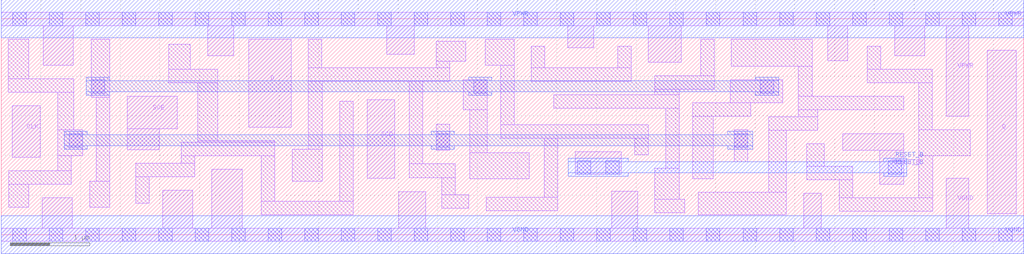
<source format=lef>
# Copyright 2020 The SkyWater PDK Authors
#
# Licensed under the Apache License, Version 2.0 (the "License");
# you may not use this file except in compliance with the License.
# You may obtain a copy of the License at
#
#     https://www.apache.org/licenses/LICENSE-2.0
#
# Unless required by applicable law or agreed to in writing, software
# distributed under the License is distributed on an "AS IS" BASIS,
# WITHOUT WARRANTIES OR CONDITIONS OF ANY KIND, either express or implied.
# See the License for the specific language governing permissions and
# limitations under the License.
#
# SPDX-License-Identifier: Apache-2.0

VERSION 5.7 ;
  NAMESCASESENSITIVE ON ;
  NOWIREEXTENSIONATPIN ON ;
  DIVIDERCHAR "/" ;
  BUSBITCHARS "[]" ;
UNITS
  DATABASE MICRONS 200 ;
END UNITS
PROPERTYDEFINITIONS
  MACRO maskLayoutSubType STRING ;
  MACRO prCellType STRING ;
  MACRO originalViewName STRING ;
END PROPERTYDEFINITIONS
MACRO sky130_fd_sc_hdll__sdfrtp_1
  CLASS CORE ;
  FOREIGN sky130_fd_sc_hdll__sdfrtp_1 ;
  ORIGIN  0.000000  0.000000 ;
  SIZE  12.88000 BY  2.720000 ;
  SYMMETRY X Y R90 ;
  SITE unithd ;
  PIN CLK
    ANTENNAGATEAREA  0.277500 ;
    DIRECTION INPUT ;
    USE SIGNAL ;
    PORT
      LAYER li1 ;
        RECT 0.140000 0.975000 0.490000 1.625000 ;
    END
  END CLK
  PIN D
    ANTENNAGATEAREA  0.160200 ;
    DIRECTION INPUT ;
    USE SIGNAL ;
    PORT
      LAYER li1 ;
        RECT 3.120000 1.355000 3.655000 2.465000 ;
    END
  END D
  PIN Q
    ANTENNADIFFAREA  0.513250 ;
    DIRECTION OUTPUT ;
    USE SIGNAL ;
    PORT
      LAYER li1 ;
        RECT 12.420000 0.265000 12.785000 2.325000 ;
    END
  END Q
  PIN RESET_B
    ANTENNAGATEAREA  0.277200 ;
    DIRECTION INPUT ;
    USE SIGNAL ;
    PORT
      LAYER li1 ;
        RECT  7.230000 0.765000  7.810000 1.045000 ;
        RECT 10.600000 1.065000 11.370000 1.275000 ;
        RECT 11.065000 0.635000 11.370000 1.065000 ;
      LAYER mcon ;
        RECT  7.255000 0.765000  7.425000 0.935000 ;
        RECT  7.615000 0.765000  7.785000 0.935000 ;
        RECT 11.175000 0.765000 11.345000 0.935000 ;
      LAYER met1 ;
        RECT  7.145000 0.735000  7.900000 0.780000 ;
        RECT  7.145000 0.780000 11.405000 0.920000 ;
        RECT  7.145000 0.920000  7.900000 0.965000 ;
        RECT 11.115000 0.735000 11.405000 0.780000 ;
        RECT 11.115000 0.920000 11.405000 0.965000 ;
    END
  END RESET_B
  PIN SCD
    ANTENNAGATEAREA  0.172800 ;
    DIRECTION INPUT ;
    USE SIGNAL ;
    PORT
      LAYER li1 ;
        RECT 4.610000 0.710000 4.955000 1.700000 ;
    END
  END SCD
  PIN SCE
    ANTENNAGATEAREA  0.467400 ;
    DIRECTION INPUT ;
    USE SIGNAL ;
    PORT
      LAYER li1 ;
        RECT 1.585000 1.070000 1.990000 1.335000 ;
        RECT 1.585000 1.335000 2.220000 1.745000 ;
    END
  END SCE
  PIN VGND
    DIRECTION INOUT ;
    USE GROUND ;
    PORT
      LAYER li1 ;
        RECT  0.000000 -0.085000 12.880000 0.085000 ;
        RECT  0.515000  0.085000  0.895000 0.465000 ;
        RECT  2.035000  0.085000  2.415000 0.560000 ;
        RECT  2.655000  0.085000  3.035000 0.825000 ;
        RECT  5.005000  0.085000  5.350000 0.540000 ;
        RECT  7.690000  0.085000  8.020000 0.545000 ;
        RECT 10.110000  0.085000 10.330000 0.525000 ;
        RECT 11.905000  0.085000 12.190000 0.710000 ;
      LAYER mcon ;
        RECT  0.145000 -0.085000  0.315000 0.085000 ;
        RECT  0.605000 -0.085000  0.775000 0.085000 ;
        RECT  1.065000 -0.085000  1.235000 0.085000 ;
        RECT  1.525000 -0.085000  1.695000 0.085000 ;
        RECT  1.985000 -0.085000  2.155000 0.085000 ;
        RECT  2.445000 -0.085000  2.615000 0.085000 ;
        RECT  2.905000 -0.085000  3.075000 0.085000 ;
        RECT  3.365000 -0.085000  3.535000 0.085000 ;
        RECT  3.825000 -0.085000  3.995000 0.085000 ;
        RECT  4.285000 -0.085000  4.455000 0.085000 ;
        RECT  4.745000 -0.085000  4.915000 0.085000 ;
        RECT  5.205000 -0.085000  5.375000 0.085000 ;
        RECT  5.665000 -0.085000  5.835000 0.085000 ;
        RECT  6.125000 -0.085000  6.295000 0.085000 ;
        RECT  6.585000 -0.085000  6.755000 0.085000 ;
        RECT  7.045000 -0.085000  7.215000 0.085000 ;
        RECT  7.505000 -0.085000  7.675000 0.085000 ;
        RECT  7.965000 -0.085000  8.135000 0.085000 ;
        RECT  8.425000 -0.085000  8.595000 0.085000 ;
        RECT  8.885000 -0.085000  9.055000 0.085000 ;
        RECT  9.345000 -0.085000  9.515000 0.085000 ;
        RECT  9.805000 -0.085000  9.975000 0.085000 ;
        RECT 10.265000 -0.085000 10.435000 0.085000 ;
        RECT 10.725000 -0.085000 10.895000 0.085000 ;
        RECT 11.185000 -0.085000 11.355000 0.085000 ;
        RECT 11.645000 -0.085000 11.815000 0.085000 ;
        RECT 12.105000 -0.085000 12.275000 0.085000 ;
        RECT 12.565000 -0.085000 12.735000 0.085000 ;
      LAYER met1 ;
        RECT 0.000000 -0.240000 12.880000 0.240000 ;
    END
  END VGND
  PIN VPWR
    DIRECTION INOUT ;
    USE POWER ;
    PORT
      LAYER li1 ;
        RECT  0.000000 2.635000 12.880000 2.805000 ;
        RECT  0.530000 2.135000  0.910000 2.635000 ;
        RECT  2.600000 2.255000  2.930000 2.635000 ;
        RECT  4.855000 2.275000  5.205000 2.635000 ;
        RECT  7.135000 2.355000  7.465000 2.635000 ;
        RECT  8.150000 2.175000  8.570000 2.635000 ;
        RECT 10.415000 2.195000 10.665000 2.635000 ;
        RECT 11.255000 2.255000 11.635000 2.635000 ;
        RECT 11.905000 1.495000 12.190000 2.635000 ;
      LAYER mcon ;
        RECT  0.145000 2.635000  0.315000 2.805000 ;
        RECT  0.605000 2.635000  0.775000 2.805000 ;
        RECT  1.065000 2.635000  1.235000 2.805000 ;
        RECT  1.525000 2.635000  1.695000 2.805000 ;
        RECT  1.985000 2.635000  2.155000 2.805000 ;
        RECT  2.445000 2.635000  2.615000 2.805000 ;
        RECT  2.905000 2.635000  3.075000 2.805000 ;
        RECT  3.365000 2.635000  3.535000 2.805000 ;
        RECT  3.825000 2.635000  3.995000 2.805000 ;
        RECT  4.285000 2.635000  4.455000 2.805000 ;
        RECT  4.745000 2.635000  4.915000 2.805000 ;
        RECT  5.205000 2.635000  5.375000 2.805000 ;
        RECT  5.665000 2.635000  5.835000 2.805000 ;
        RECT  6.125000 2.635000  6.295000 2.805000 ;
        RECT  6.585000 2.635000  6.755000 2.805000 ;
        RECT  7.045000 2.635000  7.215000 2.805000 ;
        RECT  7.505000 2.635000  7.675000 2.805000 ;
        RECT  7.965000 2.635000  8.135000 2.805000 ;
        RECT  8.425000 2.635000  8.595000 2.805000 ;
        RECT  8.885000 2.635000  9.055000 2.805000 ;
        RECT  9.345000 2.635000  9.515000 2.805000 ;
        RECT  9.805000 2.635000  9.975000 2.805000 ;
        RECT 10.265000 2.635000 10.435000 2.805000 ;
        RECT 10.725000 2.635000 10.895000 2.805000 ;
        RECT 11.185000 2.635000 11.355000 2.805000 ;
        RECT 11.645000 2.635000 11.815000 2.805000 ;
        RECT 12.105000 2.635000 12.275000 2.805000 ;
        RECT 12.565000 2.635000 12.735000 2.805000 ;
      LAYER met1 ;
        RECT 0.000000 2.480000 12.880000 2.960000 ;
    END
  END VPWR
  OBS
    LAYER li1 ;
      RECT  0.090000 1.795000  0.915000 1.965000 ;
      RECT  0.090000 1.965000  0.345000 2.465000 ;
      RECT  0.095000 0.345000  0.345000 0.635000 ;
      RECT  0.095000 0.635000  0.885000 0.805000 ;
      RECT  0.710000 0.805000  0.885000 0.995000 ;
      RECT  0.710000 0.995000  1.025000 1.325000 ;
      RECT  0.710000 1.325000  0.915000 1.795000 ;
      RECT  1.115000 0.345000  1.365000 0.675000 ;
      RECT  1.135000 1.730000  1.365000 2.465000 ;
      RECT  1.195000 0.675000  1.365000 1.730000 ;
      RECT  1.695000 0.395000  1.865000 0.730000 ;
      RECT  1.695000 0.730000  2.435000 0.900000 ;
      RECT  2.110000 1.915000  2.730000 2.085000 ;
      RECT  2.110000 2.085000  2.380000 2.400000 ;
      RECT  2.265000 0.900000  2.435000 0.995000 ;
      RECT  2.265000 0.995000  3.445000 1.165000 ;
      RECT  2.475000 1.165000  3.445000 1.185000 ;
      RECT  2.475000 1.185000  2.730000 1.915000 ;
      RECT  3.275000 0.255000  4.435000 0.425000 ;
      RECT  3.275000 0.425000  3.445000 0.995000 ;
      RECT  3.665000 0.675000  4.045000 1.075000 ;
      RECT  3.870000 1.075000  4.045000 1.935000 ;
      RECT  3.870000 1.935000  5.650000 2.105000 ;
      RECT  3.870000 2.105000  4.040000 2.465000 ;
      RECT  4.265000 0.425000  4.435000 1.685000 ;
      RECT  5.140000 0.715000  5.720000 0.895000 ;
      RECT  5.140000 0.895000  5.310000 1.935000 ;
      RECT  5.480000 1.065000  5.650000 1.395000 ;
      RECT  5.480000 2.105000  5.650000 2.185000 ;
      RECT  5.480000 2.185000  5.850000 2.435000 ;
      RECT  5.550000 0.335000  5.890000 0.505000 ;
      RECT  5.550000 0.505000  5.720000 0.715000 ;
      RECT  5.820000 1.575000  6.120000 1.955000 ;
      RECT  5.900000 0.705000  6.650000 1.035000 ;
      RECT  5.900000 1.035000  6.120000 1.575000 ;
      RECT  6.095000 2.135000  6.460000 2.465000 ;
      RECT  6.110000 0.305000  7.010000 0.475000 ;
      RECT  6.290000 1.215000  8.150000 1.385000 ;
      RECT  6.290000 1.385000  6.460000 2.135000 ;
      RECT  6.680000 1.935000  7.940000 2.105000 ;
      RECT  6.680000 2.105000  6.850000 2.375000 ;
      RECT  6.840000 0.475000  7.010000 1.215000 ;
      RECT  6.960000 1.595000  8.540000 1.765000 ;
      RECT  7.770000 2.105000  7.940000 2.375000 ;
      RECT  7.980000 1.005000  8.150000 1.215000 ;
      RECT  8.230000 0.275000  8.610000 0.445000 ;
      RECT  8.230000 0.445000  8.540000 0.835000 ;
      RECT  8.230000 1.765000  8.540000 1.835000 ;
      RECT  8.230000 1.835000  8.985000 2.005000 ;
      RECT  8.370000 0.835000  8.540000 1.595000 ;
      RECT  8.710000 0.705000  8.970000 1.495000 ;
      RECT  8.710000 1.495000  9.445000 1.660000 ;
      RECT  8.710000 1.660000  9.845000 1.665000 ;
      RECT  8.780000 0.255000  9.890000 0.535000 ;
      RECT  8.815000 2.005000  8.985000 2.465000 ;
      RECT  9.185000 1.665000  9.845000 1.955000 ;
      RECT  9.195000 2.125000 10.215000 2.465000 ;
      RECT  9.235000 0.920000  9.405000 1.325000 ;
      RECT  9.670000 0.535000  9.890000 1.315000 ;
      RECT  9.670000 1.315000 10.285000 1.485000 ;
      RECT 10.040000 1.485000 10.285000 1.575000 ;
      RECT 10.040000 1.575000 11.370000 1.745000 ;
      RECT 10.040000 1.745000 10.215000 2.125000 ;
      RECT 10.150000 0.695000 10.730000 0.865000 ;
      RECT 10.150000 0.865000 10.370000 1.145000 ;
      RECT 10.560000 0.295000 11.735000 0.465000 ;
      RECT 10.560000 0.465000 10.730000 0.695000 ;
      RECT 10.910000 1.915000 11.730000 2.085000 ;
      RECT 10.910000 2.085000 11.080000 2.375000 ;
      RECT 11.560000 0.465000 11.735000 0.995000 ;
      RECT 11.560000 0.995000 12.205000 1.325000 ;
      RECT 11.560000 1.325000 11.730000 1.915000 ;
    LAYER mcon ;
      RECT 0.855000 1.105000 1.025000 1.275000 ;
      RECT 1.135000 1.785000 1.305000 1.955000 ;
      RECT 5.480000 1.105000 5.650000 1.275000 ;
      RECT 5.950000 1.785000 6.120000 1.955000 ;
      RECT 9.235000 1.105000 9.405000 1.275000 ;
      RECT 9.565000 1.785000 9.735000 1.955000 ;
    LAYER met1 ;
      RECT 0.795000 1.075000 1.085000 1.120000 ;
      RECT 0.795000 1.120000 9.465000 1.260000 ;
      RECT 0.795000 1.260000 1.085000 1.305000 ;
      RECT 1.070000 1.755000 1.370000 1.800000 ;
      RECT 1.070000 1.800000 9.795000 1.940000 ;
      RECT 1.070000 1.940000 1.370000 1.985000 ;
      RECT 5.420000 1.075000 5.710000 1.120000 ;
      RECT 5.420000 1.260000 5.710000 1.305000 ;
      RECT 5.890000 1.755000 6.180000 1.800000 ;
      RECT 5.890000 1.940000 6.180000 1.985000 ;
      RECT 9.155000 1.075000 9.465000 1.120000 ;
      RECT 9.155000 1.260000 9.465000 1.305000 ;
      RECT 9.500000 1.755000 9.795000 1.800000 ;
      RECT 9.500000 1.940000 9.795000 1.985000 ;
  END
  PROPERTY maskLayoutSubType "abstract" ;
  PROPERTY prCellType "standard" ;
  PROPERTY originalViewName "layout" ;
END sky130_fd_sc_hdll__sdfrtp_1

</source>
